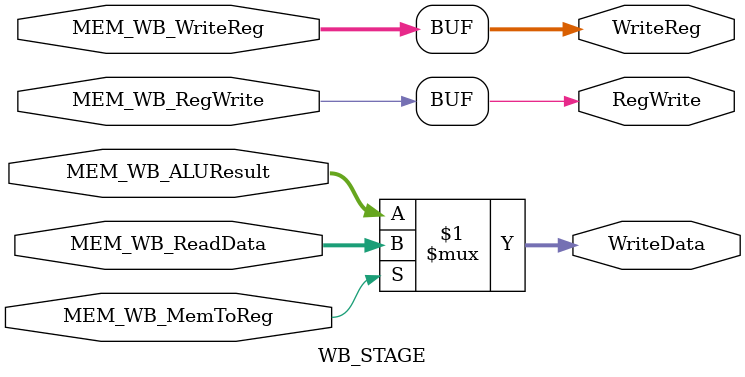
<source format=v>
module WB_STAGE(
    MEM_WB_MemToReg,
    MEM_WB_RegWrite,
    MEM_WB_ALUResult,
    MEM_WB_ReadData,
    MEM_WB_WriteReg,
    RegWrite,
	 WriteReg,
    WriteData
    
);

input wire    MEM_WB_MemToReg;
input wire    MEM_WB_RegWrite;
input wire    [31:0] MEM_WB_ALUResult;
input wire    [31:0] MEM_WB_ReadData;
input wire    [4:0] MEM_WB_WriteReg;
output wire   RegWrite;
output wire   [31:0] WriteData;
output wire   [4:0] WriteReg;

assign RegWrite = MEM_WB_RegWrite;
assign WriteReg = MEM_WB_WriteReg;
assign WriteData = MEM_WB_MemToReg ? MEM_WB_ReadData : MEM_WB_ALUResult;

endmodule

</source>
